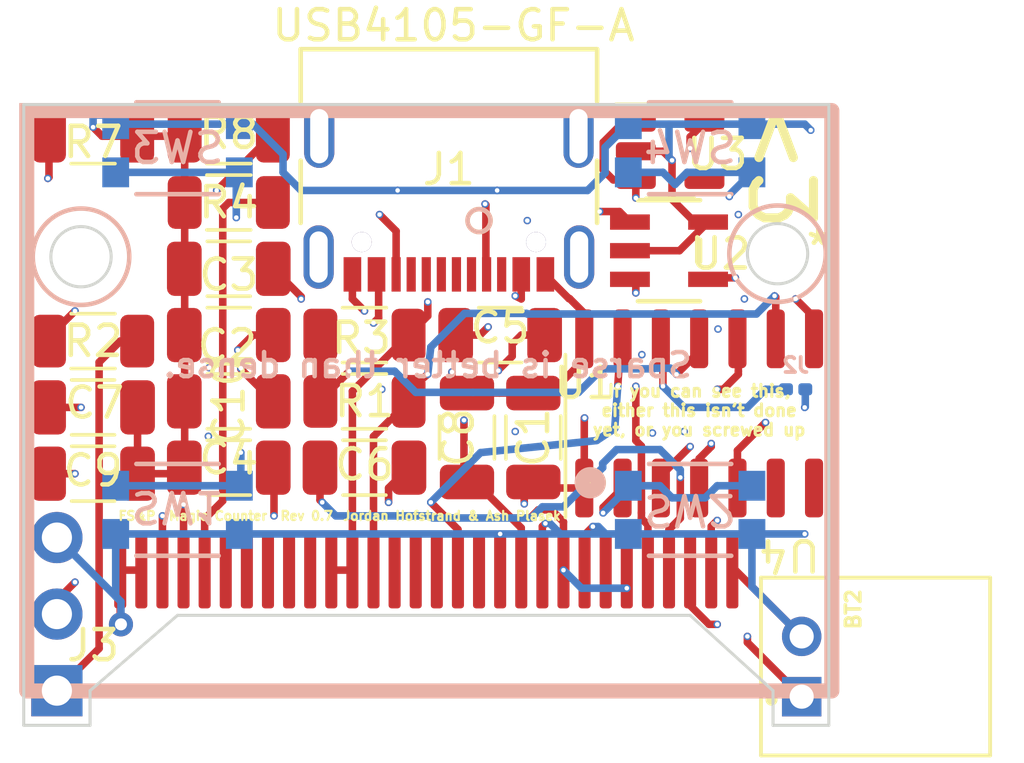
<source format=kicad_pcb>
(kicad_pcb (version 20211014) (generator pcbnew)
  (layers (0 "F.Cu" signal) (1 "In1.Cu" signal) (2 "In2.Cu" signal) (31 "B.Cu" signal) (34 "B.Paste" user) (35 "F.Paste" user) (36 "B.SilkS" user "B.Silkscreen") (37 "F.SilkS" user "F.Silkscreen") (38 "B.Mask" user) (39 "F.Mask" user) (44 "Edge.Cuts" user))
  (net 0 "")
  (net 1 "/VBAT")
  (net 2 "GND")
  (net 3 "Net-(J3-Pad1)")
  (net 4 "/TX")
  (net 5 "/RX")
  (net 6 "/SW4_IN")
  (net 7 "/SDA")
  (net 8 "/SCL")
  (net 9 "/I2C_PULLUP")
  (net 10 "/UPDI")
  (net 11 "/SW1_IN")
  (net 12 "/SW2_IN")
  (net 13 "/VPWR")
  (net 14 "/SW3_IN")
  (net 15 "Net-(C3-Pad1)")
  (net 16 "/DISP_RESET")
  (net 18 "Net-(C5-Pad1)")
  (net 19 "Net-(C5-Pad2)")
  (net 20 "Net-(C6-Pad1)")
  (net 21 "Net-(C6-Pad2)")
  (net 22 "Net-(C9-Pad2)")
  (net 23 "Net-(C10-Pad2)")
  (net 24 "Net-(R4-Pad2)")
  (net 25 "/DISP")
  (net 42 "Net-(J1-PadA5)")
  (net 43 "Net-(J1-PadB5)")
  (footprint "Capacitor_SMD:C_1206_3216Metric" (layer "F.Cu") (at 161.2 31.6 180)
    (fp_text reference "C7")
    (fp_text value "0.1uF")
  )
  (footprint "Package_TO_SOT_SMD:SOT-23-5" (layer "F.Cu") (at 180.3375 23.1)
    (fp_text reference "U3")
    (fp_text value "AP2112K-3.3")
  )
  (footprint "Libraries:JST_S2B-PH-K-S(LF)(SN)" (layer "F.Cu") (at 184.7 40.2 90)
    (fp_text reference "BT2")
    (fp_text value "Battery_Cell")
  )
  (footprint "Resistor_SMD:R_1206_3216Metric" (layer "F.Cu") (at 161.2 22.6)
    (fp_text reference "R7")
    (fp_text value "5.11K")
  )
  (footprint "Capacitor_SMD:C_1206_3216Metric" (layer "F.Cu") (at 165.7 29.2 180)
    (fp_text reference "C2")
    (fp_text value "1uF")
  )
  (footprint "Capacitor_SMD:C_1206_3216Metric" (layer "F.Cu") (at 161.2 33.8 180)
    (fp_text reference "C9")
    (fp_text value "10uF")
  )
  (footprint "Resistor_SMD:R_1206_3216Metric" (layer "F.Cu") (at 170.2 29.2 180)
    (fp_text reference "R3")
    (fp_text value "4.7k")
  )
  (footprint "Capacitor_SMD:C_1206_3216Metric" (layer "F.Cu") (at 173.6 32.6 -90)
    (fp_text reference "C8")
    (fp_text value "10uF")
  )
  (footprint "Connector_PinHeader_2.54mm:PinHeader_1x03_P2.54mm_Vertical" (layer "F.Cu") (at 160 41 180)
    (fp_text reference "J3")
    (fp_text value "UPDI")
  )
  (footprint "SSD1306RawDisplay:SSD1306RawDisplay" (layer "F.Cu") (at 182.4 37 180)
    (fp_text reference "U4")
    (fp_text value "SSD1306RawDisplay")
  )
  (footprint "Capacitor_SMD:C_1206_3216Metric" (layer "F.Cu") (at 175.8 32.6 90)
    (fp_text reference "C1")
    (fp_text value "100n")
  )
  (footprint "Capacitor_SMD:C_1206_3216Metric" (layer "F.Cu") (at 165.7 33.6 180)
    (fp_text reference "C4")
    (fp_text value "10uF")
  )
  (footprint "Capacitor_SMD:C_1206_3216Metric" (layer "F.Cu") (at 170.2 33.6 180)
    (fp_text reference "C6")
    (fp_text value "2.2uF")
  )
  (footprint "Resistor_SMD:R_1206_3216Metric" (layer "F.Cu") (at 161.2 29.4)
    (fp_text reference "R2")
    (fp_text value "4.7k")
  )
  (footprint "Resistor_SMD:R_1206_3216Metric" (layer "F.Cu") (at 165.7 24.8)
    (fp_text reference "R4")
    (fp_text value "390K")
  )
  (footprint "Capacitor_SMD:C_1206_3216Metric" (layer "F.Cu") (at 174.7 29.2 180)
    (fp_text reference "C5")
    (fp_text value "2.2uF")
  )
  (footprint "Libraries:SOT-23-5_MC_MCH" (layer "F.Cu") (at 180.3 26.4)
    (fp_text reference "U2")
    (fp_text value "MCP73811T-420I_OT")
  )
  (footprint "Capacitor_SMD:C_1206_3216Metric" (layer "F.Cu") (at 165.7 27 180)
    (fp_text reference "C3")
    (fp_text value "1uF")
  )
  (footprint "Resistor_SMD:R_1206_3216Metric" (layer "F.Cu") (at 165.7 22.6)
    (fp_text reference "R8")
    (fp_text value "5.11K")
  )
  (footprint "Resistor_SMD:R_1206_3216Metric" (layer "F.Cu") (at 170.2 31.4 180)
    (fp_text reference "R1")
    (fp_text value "4.7k")
  )
  (footprint "footprints:USB4105-GF-A" (layer "F.Cu") (at 173 23.7 180)
    (fp_text reference "J1")
    (fp_text value "USB4105-GF-A")
  )
  (footprint "Package_SO:SOIC-14_3.9x8.7mm_P1.27mm" (layer "F.Cu") (at 181.3 31.8 90)
    (fp_text reference "U1")
    (fp_text value "ATtiny404-SS")
  )
  (footprint "Capacitor_SMD:C_1206_3216Metric" (layer "F.Cu") (at 165.7 31.4)
    (fp_text reference "C10")
    (fp_text value "10uF")
  )
  (footprint "footprints:TL6330_EWI" (layer "B.Cu") (at 164 35)
    (fp_text reference "SW1")
    (fp_text value "TL6330AF200Q")
  )
  (footprint "footprints:TL6330_EWI" (layer "B.Cu") (at 164 23 180)
    (fp_text reference "SW3")
    (fp_text value "TL6330AF200Q")
  )
  (footprint "footprints:TL6330_EWI" (layer "B.Cu") (at 181 23 180)
    (fp_text reference "SW4")
    (fp_text value "TL6330AF200Q")
  )
  (footprint "footprints:TL6330_EWI" (layer "B.Cu") (at 181 35)
    (fp_text reference "SW2")
    (fp_text value "TL6330AF200Q")
  )
  (footprint "Capacitor_SMD:C_0201_0603Metric" (layer "B.Cu") (at 184.5 31 180)
    (fp_text reference "J2")
    (fp_text value "Conn_01x02_Male")
  )
  (gr_circle (center 160.8 26.6) (end 159.2 26.6) (layer "B.SilkS") (width 0.15) (fill none))
  (gr_rect (start 159 21.75) (end 185.7 41.01) (layer "B.SilkS") (width 0.5) (fill none))
  (gr_circle (center 183.9 26.5) (end 182.3 26.5) (layer "B.SilkS") (width 0.15) (fill none))
  (gr_line (start 183.75 41) (end 181 38.5) (layer "Edge.Cuts") (width 0.1))
  (gr_line (start 185.6 21.55) (end 158.9 21.55) (layer "Edge.Cuts") (width 0.1))
  (gr_line (start 158.9 42.15) (end 161.1 42.15) (layer "Edge.Cuts") (width 0.1))
  (gr_line (start 183.75 42.15) (end 183.75 41) (layer "Edge.Cuts") (width 0.1))
  (gr_line (start 161.1 41) (end 161.1 42.15) (layer "Edge.Cuts") (width 0.1))
  (gr_circle (center 160.8 26.6) (end 161.8 26.6) (layer "Edge.Cuts") (width 0.1) (fill none))
  (gr_line (start 164 38.5) (end 161.1 41) (layer "Edge.Cuts") (width 0.1))
  (gr_line (start 185.6 21.55) (end 185.6 42.15) (layer "Edge.Cuts") (width 0.1))
  (gr_line (start 158.9 21.55) (end 158.9 42.15) (layer "Edge.Cuts") (width 0.1))
  (gr_line (start 181 38.5) (end 164 38.5) (layer "Edge.Cuts") (width 0.1))
  (gr_line (start 185.6 42.15) (end 183.75 42.15) (layer "Edge.Cuts") (width 0.1))
  (gr_circle (center 183.9 26.5) (end 184.9 26.5) (layer "Edge.Cuts") (width 0.1) (fill none))
  (gr_text "Sparse is better than dense." (at 172.3 30.2) (layer "B.SilkS") (effects (font (size 0.8 0.8)) (justify mirror)))
  (gr_text "<3" (at 184 23.5 270) (layer "F.SilkS") (effects (font (size 2 2) (thickness 0.3))))
  (gr_text "If you can see this,\neither this isn't done\nyet, or you screwed up" (at 181.3 31.7) (layer "F.SilkS") (effects (font (size 0.4 0.4) (thickness 0.1))))
  (gr_text "Jordan Hofstrand & Ash Plasek" (at 173.1 35.2) (layer "F.SilkS") (effects (font (size 0.3 0.3) (thickness 0.075))))
  (gr_text "FS&P  Magic Counter  Rev 0.7" (at 165.6 35.2) (layer "F.SilkS") (effects (font (size 0.3 0.3) (thickness 0.075))))
  (segment (start 178.7703 22.15) (end 179.2 22.15) (width 0.25) (layer "F.Cu") (net 1))
  (segment (start 179.2 24.6505) (end 179.2 24.05) (width 0.25) (layer "F.Cu") (net 1))
  (segment (start 167.175 29.2) (end 166.5 29.2) (width 0.25) (layer "F.Cu") (net 1))
  (segment (start 178.1203 22.8) (end 178.7703 22.15) (width 0.25) (layer "F.Cu") (net 1))
  (segment (start 166.5 29.2) (end 166 29.7) (width 0.25) (layer "F.Cu") (net 1))
  (segment (start 179.2 24.05) (end 178.45 24.05) (width 0.25) (layer "F.Cu") (net 1))
  (segment (start 178.1203 23.7203) (end 178.1203 22.8) (width 0.25) (layer "F.Cu") (net 1))
  (segment (start 178.45 24.05) (end 178.1203 23.7203) (width 0.25) (layer "F.Cu") (net 1))
  (segment (start 179.2 27.545401) (end 179.0046 27.350001) (width 0.25) (layer "F.Cu") (net 1))
  (segment (start 179.2 27.8) (end 179.2 27.545401) (width 0.25) (layer "F.Cu") (net 1))
  (segment (start 184.7 41.2) (end 182.9 39.4) (width 0.25) (layer "F.Cu") (net 1))
  (segment (start 182.9 39.4) (end 182.9 39.2) (width 0.25) (layer "F.Cu") (net 1))
  (via (at 179.2 27.8) (size 0.25) (drill 0.15) (layers "F.Cu" "B.Cu") (net 1))
  (via (at 179.2 24.6505) (size 0.25) (drill 0.15) (layers "F.Cu" "B.Cu") (net 1))
  (via (at 182.8 28) (size 0.25) (drill 0.15) (layers "F.Cu" "B.Cu") (net 1))
  (via (at 182.9 39.2) (size 0.25) (drill 0.15) (layers "F.Cu" "B.Cu") (net 1))
  (via (at 166 29.7) (size 0.25) (drill 0.15) (layers "F.Cu" "B.Cu") (net 1))
  (via (at 179.4 29.85) (size 0.25) (drill 0.15) (layers "F.Cu" "B.Cu") (net 1))
  (segment (start 176.1 35.550039) (end 176.200539 35.4495) (width 0.25) (layer "F.Cu") (net 2))
  (segment (start 162.675 31.6) (end 162.675 33.8) (width 0.25) (layer "F.Cu") (net 2))
  (segment (start 164.2375 22.6) (end 164.2375 33.5875) (width 0.25) (layer "F.Cu") (net 2))
  (segment (start 182.4 37) (end 182.5 37) (width 0.25) (layer "F.Cu") (net 2))
  (segment (start 162.6625 22.6) (end 164.2375 22.6) (width 0.25) (layer "F.Cu") (net 2))
  (segment (start 173.1 30.625) (end 173.6 31.125) (width 0.25) (layer "F.Cu") (net 2))
  (segment (start 181.149999 25.449999) (end 180.4 24.7) (width 0.25) (layer "F.Cu") (net 2))
  (segment (start 181.5954 25.449999) (end 181.149999 25.449999) (width 0.25) (layer "F.Cu") (net 2))
  (segment (start 164.025 33.8) (end 164.225 33.6) (width 0.25) (layer "F.Cu") (net 2))
  (segment (start 177.49 29.325) (end 177.49 28.4758) (width 0.25) (layer "F.Cu") (net 2))
  (segment (start 162.8 37) (end 162.1 37) (width 0.25) (layer "F.Cu") (net 2))
  (segment (start 177.49 28.4758) (end 177.0041 27.9899) (width 0.25) (layer "F.Cu") (net 2))
  (segment (start 177.49 29.325) (end 177.49 30.01) (width 0.25) (layer "F.Cu") (net 2))
  (segment (start 177.5 37) (end 177.5 35.83007) (width 0.25) (layer "F.Cu") (net 2))
  (segment (start 180.645399 26.4) (end 181.5954 25.449999) (width 0.25) (layer "F.Cu") (net 2))
  (segment (start 174.7 37) (end 174.700001 35.800001) (width 0.25) (layer "F.Cu") (net 2))
  (segment (start 162.6625 22.6) (end 161.5 22.6) (width 0.25) (layer "F.Cu") (net 2))
  (segment (start 177.49 30.01) (end 176.375 31.125) (width 0.25) (layer "F.Cu") (net 2))
  (segment (start 164.2375 33.5875) (end 164.225 33.6) (width 0.25) (layer "F.Cu") (net 2))
  (segment (start 169.8 28) (end 170.2 28.4) (width 0.25) (layer "F.Cu") (net 2))
  (segment (start 176.1 37) (end 176.1 35.550039) (width 0.25) (layer "F.Cu") (net 2))
  (segment (start 176.375 31.125) (end 175.8 31.125) (width 0.25) (layer "F.Cu") (net 2))
  (segment (start 180.4 24.7) (end 180.4 23.4) (width 0.25) (layer "F.Cu") (net 2))
  (segment (start 177.5 35.83007) (end 177.775255 35.554815) (width 0.25) (layer "F.Cu") (net 2))
  (segment (start 175.8 31.125) (end 174.675 31.125) (width 0.25) (layer "F.Cu") (net 2))
  (segment (start 182.5 37) (end 184.7 39.2) (width 0.25) (layer "F.Cu") (net 2))
  (segment (start 173.1 30.4245) (end 173.1 30.625) (width 0.25) (layer "F.Cu") (net 2))
  (segment (start 176.980223 27.9899) (end 176.2 27.209677) (width 0.25) (layer "F.Cu") (net 2))
  (segment (start 174.675 31.125) (end 173.6 31.125) (width 0.25) (layer "F.Cu") (net 2))
  (segment (start 162.1 38.7755) (end 162.1245 38.8) (width 0.25) (layer "F.Cu") (net 2))
  (segment (start 176.2 27.209677) (end 176.2 27.1858) (width 0.25) (layer "F.Cu") (net 2))
  (segment (start 177.0041 27.9899) (end 176.980223 27.9899) (width 0.25) (layer "F.Cu") (net 2))
  (segment (start 162.675 33.8) (end 164.025 33.8) (width 0.25) (layer "F.Cu") (net 2))
  (segment (start 179.0046 26.4) (end 180.645399 26.4) (width 0.25) (layer "F.Cu") (net 2))
  (segment (start 169.8 27.1858) (end 169.8 28) (width 0.25) (layer "F.Cu") (net 2))
  (segment (start 180.1 23.1) (end 179.2 23.1) (width 0.25) (layer "F.Cu") (net 2))
  (segment (start 162.1 37) (end 162.1 38.7755) (width 0.25) (layer "F.Cu") (net 2))
  (segment (start 180.4 23.4) (end 180.1 23.1) (width 0.25) (layer "F.Cu") (net 2))
  (segment (start 161.5 22.6) (end 161.2 22.3) (width 0.25) (layer "F.Cu") (net 2))
  (via (at 174.700001 35.800001) (size 0.25) (drill 0.15) (layers "F.Cu" "B.Cu") (net 2))
  (via (at 174.6 24.4) (size 0.25) (drill 0.15) (layers "F.Cu" "B.Cu") (net 2))
  (via (at 170.2 28.4) (size 0.25) (drill 0.15) (layers "F.Cu" "B.Cu") (net 2))
  (via (at 184.8 35.8) (size 0.25) (drill 0.15) (layers "F.Cu" "B.Cu") (net 2))
  (via (at 161.2 22.3) (size 0.25) (drill 0.15) (layers "F.Cu" "B.Cu") (net 2))
  (via (at 173.1 30.4245) (size 0.25) (drill 0.15) (layers "F.Cu" "B.Cu") (net 2))
  (via (at 185 22.4) (size 0.25) (drill 0.15) (layers "F.Cu" "B.Cu") (net 2))
  (via (at 162.1245 38.8) (size 0.8) (drill 0.4) (layers "F.Cu" "B.Cu") (net 2))
  (via (at 180.4 23.4) (size 0.25) (drill 0.15) (layers "F.Cu" "B.Cu") (net 2))
  (via (at 176.200539 35.4495) (size 0.25) (drill 0.15) (layers "F.Cu" "B.Cu") (net 2))
  (via (at 184.8 31.6) (size 0.25) (drill 0.15) (layers "F.Cu" "B.Cu") (net 2))
  (via (at 171.3 24.4) (size 0.25) (drill 0.15) (layers "F.Cu" "B.Cu") (net 2))
  (via (at 177.775255 35.554815) (size 0.25) (drill 0.15) (layers "F.Cu" "B.Cu") (net 2))
  (segment (start 180.299999 22.199999) (end 180.299999 23.299999) (width 0.25) (layer "B.Cu") (net 2))
  (segment (start 166.049998 35.800001) (end 161.950002 35.800001) (width 0.25) (layer "B.Cu") (net 2))
  (segment (start 174.6 24.4) (end 177.6 24.4) (width 0.25) (layer "B.Cu") (net 2))
  (segment (start 162.1245 38.0445) (end 161.99 37.91) (width 0.25) (layer "B.Cu") (net 2))
  (segment (start 177.954815 35.554815) (end 178.200001 35.800001) (width 0.25) (layer "B.Cu") (net 2))
  (segment (start 183.049998 35.800001) (end 178.950002 35.800001) (width 0.25) (layer "B.Cu") (net 2))
  (segment (start 161.650003 21.9) (end 161.950002 22.199999) (width 0.25) (layer "B.Cu") (net 2))
  (segment (start 176.699999 35.800001) (end 178.950002 35.800001) (width 0.25) (layer "B.Cu") (net 2))
  (segment (start 184.82 31.58) (end 184.8 31.6) (width 0.25) (layer "B.Cu") (net 2))
  (segment (start 184.82 31) (end 184.82 31.58) (width 0.25) (layer "B.Cu") (net 2))
  (segment (start 184.799999 22.199999) (end 185 22.4) (width 0.25) (layer "B.Cu") (net 2))
  (segment (start 161.99 37.91) (end 160 35.92) (width 0.25) (layer "B.Cu") (net 2))
  (segment (start 166.049998 22.199999) (end 161.950002 22.199999) (width 0.25) (layer "B.Cu") (net 2))
  (segment (start 161.950002 37.870002) (end 161.99 37.91) (width 0.25) (layer "B.Cu") (net 2))
  (segment (start 183.049998 35.800001) (end 183.049998 37.549998) (width 0.25) (layer "B.Cu") (net 2))
  (segment (start 177.775255 35.554815) (end 177.954815 35.554815) (width 0.25) (layer "B.Cu") (net 2))
  (segment (start 174.700001 35.800001) (end 176.699999 35.800001) (width 0.25) (layer "B.Cu") (net 2))
  (segment (start 167.5 23.8) (end 168.1 24.4) (width 0.25) (layer "B.Cu") (net 2))
  (segment (start 183.049998 22.199999) (end 184.799999 22.199999) (width 0.25) (layer "B.Cu") (net 2))
  (segment (start 180.299999 22.199999) (end 178.950002 22.199999) (width 0.25) (layer "B.Cu") (net 2))
  (segment (start 171.3 24.4) (end 174.6 24.4) (width 0.25) (layer "B.Cu") (net 2))
  (segment (start 183.049998 37.549998) (end 184.7 39.2) (width 0.25) (layer "B.Cu") (net 2))
  (segment (start 168.1 24.4) (end 171.3 24.4) (width 0.25) (layer "B.Cu") (net 2))
  (segment (start 162.1245 38.8) (end 162.1245 38.0445) (width 0.25) (layer "B.Cu") (net 2))
  (segment (start 167.5 23.2) (end 167.5 23.8) (width 0.25) (layer "B.Cu") (net 2))
  (segment (start 183.049998 22.199999) (end 180.299999 22.199999) (width 0.25) (layer "B.Cu") (net 2))
  (segment (start 166.049998 22.199999) (end 166.499999 22.199999) (width 0.25) (layer "B.Cu") (net 2))
  (segment (start 178.180502 23.819498) (end 178.180502 22.969499) (width 0.25) (layer "B.Cu") (net 2))
  (segment (start 177.6 24.4) (end 178.180502 23.819498) (width 0.25) (layer "B.Cu") (net 2))
  (segment (start 161.2 22.3) (end 161.2 21.9) (width 0.25) (layer "B.Cu") (net 2))
  (segment (start 176.349498 35.4495) (end 176.699999 35.800001) (width 0.25) (layer "B.Cu") (net 2))
  (segment (start 180.299999 23.299999) (end 180.4 23.4) (width 0.25) (layer "B.Cu") (net 2))
  (segment (start 166.499999 22.199999) (end 167.5 23.2) (width 0.25) (layer "B.Cu") (net 2))
  (segment (start 166.049998 35.800001) (end 174.700001 35.800001) (width 0.25) (layer "B.Cu") (net 2))
  (segment (start 161.2 21.9) (end 161.650003 21.9) (width 0.25) (layer "B.Cu") (net 2))
  (segment (start 176.200539 35.4495) (end 176.349498 35.4495) (width 0.25) (layer "B.Cu") (net 2))
  (segment (start 161.950002 35.800001) (end 161.950002 37.870002) (width 0.25) (layer "B.Cu") (net 2))
  (segment (start 184.8 35.8) (end 183.049998 35.800001) (width 0.25) (layer "B.Cu") (net 2))
  (segment (start 178.180502 22.969499) (end 178.950002 22.199999) (width 0.25) (layer "B.Cu") (net 2))
  (segment (start 162.6625 29.4) (end 162.1 29.4) (width 0.25) (layer "F.Cu") (net 3))
  (segment (start 161.4 30.1) (end 161.4 39.6) (width 0.25) (layer "F.Cu") (net 3))
  (segment (start 161.4 39.6) (end 160 41) (width 0.25) (layer "F.Cu") (net 3))
  (segment (start 162.1 29.4) (end 161.4 30.1) (width 0.25) (layer "F.Cu") (net 3))
  (segment (start 182.57 34.275) (end 182.57 33.03) (width 0.25) (layer "F.Cu") (net 6))
  (segment (start 182.57 33.03) (end 183.5 32.1) (width 0.25) (layer "F.Cu") (net 6))
  (via (at 183.5 32.1) (size 0.25) (drill 0.15) (layers "F.Cu" "B.Cu") (net 6))
  (via (at 165.9495 25.3) (size 0.25) (drill 0.15) (layers "F.Cu" "B.Cu") (net 6))
  (via (at 165.024093 32.559184) (size 0.25) (drill 0.15) (layers "F.Cu" "B.Cu") (net 6))
  (segment (start 165.9495 23.900499) (end 166.049998 23.800001) (width 0.25) (layer "B.Cu") (net 6))
  (segment (start 165.9495 25.3) (end 165.9495 23.900499) (width 0.25) (layer "B.Cu") (net 6))
  (segment (start 161.950002 23.800001) (end 166.049998 23.800001) (width 0.25) (layer "B.Cu") (net 6))
  (segment (start 169.8 31.0625) (end 171.6625 29.2) (width 0.25) (layer "F.Cu") (net 7))
  (segment (start 172.3 28.1) (end 172.3 28.5625) (width 0.25) (layer "F.Cu") (net 7))
  (segment (start 169.8 37) (end 169.8 31.0625) (width 0.25) (layer "F.Cu") (net 7))
  (segment (start 172.3 28.5625) (end 171.6625 29.2) (width 0.25) (layer "F.Cu") (net 7))
  (segment (start 185.11 29.325) (end 185.11 28.61) (width 0.25) (layer "F.Cu") (net 7))
  (segment (start 169.1 37) (end 169.8 37) (width 0.25) (layer "F.Cu") (net 7))
  (segment (start 185.11 28.61) (end 184.5 28) (width 0.25) (layer "F.Cu") (net 7))
  (via (at 184.5 28) (size 0.25) (drill 0.15) (layers "F.Cu" "B.Cu") (net 7))
  (via (at 172.3 28.1) (size 0.25) (drill 0.15) (layers "F.Cu" "B.Cu") (net 7))
  (segment (start 171.6625 31.0375) (end 171.6625 31.4) (width 0.25) (layer "F.Cu") (net 8))
  (segment (start 183.84 29.325) (end 183.84 27.94) (width 0.25) (layer "F.Cu") (net 8))
  (segment (start 183.84 27.94) (end 183.8 27.9) (width 0.25) (layer "F.Cu") (net 8))
  (segment (start 172.3 30.5) (end 171.6625 31.0375) (width 0.25) (layer "F.Cu") (net 8))
  (segment (start 170.5 37) (end 170.5 32.5625) (width 0.25) (layer "F.Cu") (net 8))
  (segment (start 170.5 32.5625) (end 171.6625 31.4) (width 0.25) (layer "F.Cu") (net 8))
  (via (at 172.3 30.5) (size 0.25) (drill 0.15) (layers "F.Cu" "B.Cu") (net 8))
  (via (at 183.8 27.9) (size 0.25) (drill 0.15) (layers "F.Cu" "B.Cu") (net 8))
  (segment (start 175.5805 28.4805) (end 175.6 28.5) (width 0.25) (layer "B.Cu") (net 8))
  (segment (start 172.4 29.6) (end 173.5195 28.4805) (width 0.25) (layer "B.Cu") (net 8))
  (segment (start 183.2 28.5) (end 183.8 27.9) (width 0.25) (layer "B.Cu") (net 8))
  (segment (start 173.5195 28.4805) (end 175.5805 28.4805) (width 0.25) (layer "B.Cu") (net 8))
  (segment (start 172.3 30.5) (end 172.4 29.6) (width 0.25) (layer "B.Cu") (net 8))
  (segment (start 175.6 28.5) (end 183.2 28.5) (width 0.25) (layer "B.Cu") (net 8))
  (segment (start 168.7375 31.4) (end 168.7375 31.3625) (width 0.25) (layer "F.Cu") (net 9))
  (segment (start 181.3 29.749695) (end 181.3 29.325) (width 0.25) (layer "F.Cu") (net 9))
  (segment (start 180.5495 30.500195) (end 181.3 29.749695) (width 0.25) (layer "F.Cu") (net 9))
  (segment (start 168.7375 31.4) (end 168.7375 29.2) (width 0.25) (layer "F.Cu") (net 9))
  (segment (start 168.7375 31.3625) (end 169.7 30.4) (width 0.25) (layer "F.Cu") (net 9))
  (via (at 180.5495 30.500195) (size 0.25) (drill 0.15) (layers "F.Cu" "B.Cu") (net 9))
  (via (at 169.7 30.4) (size 0.25) (drill 0.15) (layers "F.Cu" "B.Cu") (net 9))
  (segment (start 177.3 31.1) (end 177.9 30.5) (width 0.25) (layer "B.Cu") (net 9))
  (segment (start 179.78 30.32) (end 179.8 30.3) (width 0.25) (layer "B.Cu") (net 9))
  (segment (start 177.9 30.5) (end 178.08 30.32) (width 0.25) (layer "B.Cu") (net 9))
  (segment (start 180.349305 30.3) (end 180.5495 30.500195) (width 0.25) (layer "B.Cu") (net 9))
  (segment (start 173.8 31.1) (end 177.3 31.1) (width 0.25) (layer "B.Cu") (net 9))
  (segment (start 171.9 31.1) (end 173.8 31.1) (width 0.25) (layer "B.Cu") (net 9))
  (segment (start 169.7 30.4) (end 171.2 30.4) (width 0.25) (layer "B.Cu") (net 9))
  (segment (start 178.08 30.32) (end 179.78 30.32) (width 0.25) (layer "B.Cu") (net 9))
  (segment (start 171.2 30.4) (end 171.5 30.7) (width 0.25) (layer "B.Cu") (net 9))
  (segment (start 171.5 30.7) (end 171.9 31.1) (width 0.25) (layer "B.Cu") (net 9))
  (segment (start 179.8 30.3) (end 180.349305 30.3) (width 0.25) (layer "B.Cu") (net 9))
  (segment (start 182.6 30.4) (end 182.6 29.355) (width 0.25) (layer "F.Cu") (net 10))
  (segment (start 182.6 29.355) (end 182.57 29.325) (width 0.25) (layer "F.Cu") (net 10))
  (segment (start 159.7375 29.2625) (end 160.6 28.4) (width 0.25) (layer "F.Cu") (net 10))
  (segment (start 159.7375 29.4) (end 159.7375 29.2625) (width 0.25) (layer "F.Cu") (net 10))
  (segment (start 182.6 30.4) (end 182.6 30.5) (width 0.25) (layer "F.Cu") (net 10))
  (segment (start 182.6 30.5) (end 182.1 31) (width 0.25) (layer "F.Cu") (net 10))
  (segment (start 182.1 31) (end 181.9 31) (width 0.25) (layer "F.Cu") (net 10))
  (via (at 181.9 31) (size 0.25) (drill 0.15) (layers "F.Cu" "B.Cu") (net 10))
  (via (at 160.6 28.4) (size 0.25) (drill 0.15) (layers "F.Cu" "B.Cu") (net 10))
  (segment (start 178.1145 34.9205) (end 178.76 34.275) (width 0.25) (layer "F.Cu") (net 11))
  (segment (start 178.1145 35.1) (end 178.1145 34.9205) (width 0.25) (layer "F.Cu") (net 11))
  (via (at 178.1145 35.1) (size 0.25) (drill 0.15) (layers "F.Cu" "B.Cu") (net 11))
  (segment (start 178.950002 34.264498) (end 178.1145 35.1) (width 0.25) (layer "B.Cu") (net 11))
  (segment (start 181.5 34.6) (end 181.900001 34.199999) (width 0.25) (layer "B.Cu") (net 11))
  (segment (start 181.900001 34.199999) (end 183.049998 34.199999) (width 0.25) (layer "B.Cu") (net 11))
  (segment (start 178.950002 34.199999) (end 178.950002 34.264498) (width 0.25) (layer "B.Cu") (net 11))
  (segment (start 180.4 34.6) (end 181.5 34.6) (width 0.25) (layer "B.Cu") (net 11))
  (segment (start 178.950002 34.199999) (end 179.999999 34.199999) (width 0.25) (layer "B.Cu") (net 11))
  (segment (start 179.999999 34.199999) (end 180.4 34.6) (width 0.25) (layer "B.Cu") (net 11))
  (segment (start 180.03 33.87) (end 181 32.9) (width 0.25) (layer "F.Cu") (net 12))
  (segment (start 180.03 34.275) (end 180.03 33.87) (width 0.25) (layer "F.Cu") (net 12))
  (via (at 166.1 33.1) (size 0.25) (drill 0.15) (layers "F.Cu" "B.Cu") (net 12))
  (via (at 181 32.9) (size 0.25) (drill 0.15) (layers "F.Cu" "B.Cu") (net 12))
  (segment (start 166.1 34.149997) (end 166.049998 34.199999) (width 0.25) (layer "B.Cu") (net 12))
  (segment (start 166.1 33.1) (end 166.1 34.149997) (width 0.25) (layer "B.Cu") (net 12))
  (segment (start 166.049998 34.199999) (end 161.950002 34.199999) (width 0.25) (layer "B.Cu") (net 12))
  (segment (start 167.2 35.2) (end 167.2 33.625) (width 0.25) (layer "F.Cu") (net 13))
  (segment (start 175.5 34.375) (end 175.8 34.075) (width 0.25) (layer "F.Cu") (net 13))
  (segment (start 176 34.275) (end 175.8 34.075) (width 0.25) (layer "F.Cu") (net 13))
  (segment (start 175.5 34.8) (end 175.5 34.375) (width 0.25) (layer "F.Cu") (net 13))
  (segment (start 177.49 31.9605) (end 177.5 31.9505) (width 0.25) (layer "F.Cu") (net 13))
  (segment (start 160 38) (end 160.6 37.4) (width 0.25) (layer "F.Cu") (net 13))
  (segment (start 177.49 34.275) (end 176 34.275) (width 0.25) (layer "F.Cu") (net 13))
  (segment (start 181 23) (end 181 22.625) (width 0.25) (layer "F.Cu") (net 13))
  (segment (start 177.49 34.275) (end 177.49 31.9605) (width 0.25) (layer "F.Cu") (net 13))
  (segment (start 181 22.625) (end 181.475 22.15) (width 0.25) (layer "F.Cu") (net 13))
  (segment (start 167.2 33.625) (end 167.175 33.6) (width 0.25) (layer "F.Cu") (net 13))
  (segment (start 160 38.46) (end 160 38) (width 0.25) (layer "F.Cu") (net 13))
  (via (at 160.6 37.4) (size 0.25) (drill 0.15) (layers "F.Cu" "B.Cu") (net 13))
  (via (at 175.5 34.8) (size 0.25) (drill 0.15) (layers "F.Cu" "B.Cu") (net 13))
  (via (at 177.5 31.9505) (size 0.25) (drill 0.15) (layers "F.Cu" "B.Cu") (net 13))
  (via (at 180.8 32.4) (size 0.25) (drill 0.15) (layers "F.Cu" "B.Cu") (net 13))
  (via (at 181 23) (size 0.25) (drill 0.15) (layers "F.Cu" "B.Cu") (net 13))
  (via (at 167.2 35.2) (size 0.25) (drill 0.15) (layers "F.Cu" "B.Cu") (net 13))
  (segment (start 181.6 33) (end 181.7 32.9) (width 0.25) (layer "F.Cu") (net 14))
  (segment (start 181.7 32.9) (end 181.7 32.8) (width 0.25) (layer "F.Cu") (net 14))
  (segment (start 181.3 33.3) (end 181.6 33) (width 0.25) (layer "F.Cu") (net 14))
  (segment (start 181.3 34.275) (end 181.3 33.3) (width 0.25) (layer "F.Cu") (net 14))
  (via (at 182.3 24.6) (size 0.25) (drill 0.15) (layers "F.Cu" "B.Cu") (net 14))
  (via (at 181.7 32.8) (size 0.25) (drill 0.15) (layers "F.Cu" "B.Cu") (net 14))
  (segment (start 182.3 24.549999) (end 183.049998 23.800001) (width 0.25) (layer "B.Cu") (net 14))
  (segment (start 180.100001 23.800001) (end 180.5 24.2) (width 0.25) (layer "B.Cu") (net 14))
  (segment (start 182.3 24.6) (end 182.3 24.549999) (width 0.25) (layer "B.Cu") (net 14))
  (segment (start 178.950002 23.800001) (end 180.100001 23.800001) (width 0.25) (layer "B.Cu") (net 14))
  (segment (start 180.5 24.2) (end 180.899999 23.800001) (width 0.25) (layer "B.Cu") (net 14))
  (segment (start 180.899999 23.800001) (end 183.049998 23.800001) (width 0.25) (layer "B.Cu") (net 14))
  (segment (start 178 25.1) (end 178.654601 25.1) (width 0.25) (layer "F.Cu") (net 15))
  (segment (start 168.1 28) (end 168.1 27.925) (width 0.25) (layer "F.Cu") (net 15))
  (segment (start 181.645401 27.3) (end 181.5954 27.350001) (width 0.25) (layer "F.Cu") (net 15))
  (segment (start 170.67 27.255801) (end 170.67 28.63) (width 0.25) (layer "F.Cu") (net 15))
  (segment (start 168.1 27.925) (end 167.175 27) (width 0.25) (layer "F.Cu") (net 15))
  (segment (start 170.67 28.63) (end 170.5 28.8) (width 0.25) (layer "F.Cu") (net 15))
  (segment (start 175.400001 27.999999) (end 175.400001 27.1858) (width 0.25) (layer "F.Cu") (net 15))
  (segment (start 175.2 27.9) (end 175.400001 27.999999) (width 0.25) (layer "F.Cu") (net 15))
  (segment (start 182.5 27.3) (end 181.645401 27.3) (width 0.25) (layer "F.Cu") (net 15))
  (segment (start 170.599999 27.1858) (end 170.67 27.255801) (width 0.25) (layer "F.Cu") (net 15))
  (segment (start 178.654601 25.1) (end 179.0046 25.449999) (width 0.25) (layer "F.Cu") (net 15))
  (via (at 170.5 28.8) (size 0.25) (drill 0.15) (layers "F.Cu" "B.Cu") (net 15))
  (via (at 168.1 28) (size 0.25) (drill 0.15) (layers "F.Cu" "B.Cu") (net 15))
  (via (at 175.2 27.9) (size 0.25) (drill 0.15) (layers "F.Cu" "B.Cu") (net 15))
  (via (at 182.5 27.3) (size 0.25) (drill 0.15) (layers "F.Cu" "B.Cu") (net 15))
  (via (at 175.6 25.4) (size 0.25) (drill 0.15) (layers "F.Cu" "B.Cu") (net 15))
  (via (at 182.6 25.2) (size 0.25) (drill 0.15) (layers "F.Cu" "B.Cu") (net 15))
  (via (at 178 25.1) (size 0.25) (drill 0.15) (layers "F.Cu" "B.Cu") (net 15))
  (segment (start 173.3 37) (end 173.3 35.6505) (width 0.25) (layer "F.Cu") (net 16))
  (segment (start 178.6 30.9) (end 178.7 29.385) (width 0.25) (layer "F.Cu") (net 16))
  (segment (start 173.3 35.6505) (end 172.4 34.7505) (width 0.25) (layer "F.Cu") (net 16))
  (segment (start 178.7 29.385) (end 178.76 29.325) (width 0.25) (layer "F.Cu") (net 16))
  (via (at 172.4 34.7505) (size 0.25) (drill 0.15) (layers "F.Cu" "B.Cu") (net 16))
  (via (at 178.6 30.9) (size 0.25) (drill 0.15) (layers "F.Cu" "B.Cu") (net 16))
  (segment (start 178.5 32.3) (end 177.9 32.7) (width 0.25) (layer "B.Cu") (net 16))
  (segment (start 178.6 30.9) (end 178.5 32.3) (width 0.25) (layer "B.Cu") (net 16))
  (segment (start 177.9 32.7) (end 174.0505 33.1) (width 0.25) (layer "B.Cu") (net 16))
  (segment (start 174.0505 33.1) (end 172.4 34.7505) (width 0.25) (layer "B.Cu") (net 16))
  (segment (start 181.9 38.8) (end 181.628959 38.8) (width 0.25) (layer "F.Cu") (net 18))
  (segment (start 175.1 29.5) (end 175.1 29.9) (width 0.25) (layer "F.Cu") (net 18))
  (segment (start 175.4 29.2) (end 175.1 29.5) (width 0.25) (layer "F.Cu") (net 18))
  (segment (start 175.4495 29.2) (end 175.4 29.2) (width 0.25) (layer "F.Cu") (net 18))
  (segment (start 181 38.171041) (end 181 37) (width 0.25) (layer "F.Cu") (net 18))
  (segment (start 174.64239 30.35761) (end 174.64239 30.380379) (width 0.25) (layer "F.Cu") (net 18))
  (segment (start 175.1 29.9) (end 174.64239 30.35761) (width 0.25) (layer "F.Cu") (net 18))
  (segment (start 181.628959 38.8) (end 181 38.171041) (width 0.25) (layer "F.Cu") (net 18))
  (segment (start 176.175 29.2) (end 175.4495 29.2) (width 0.25) (layer "F.Cu") (net 18))
  (via (at 179.75 32.45) (size 0.25) (drill 0.15) (layers "F.Cu" "B.Cu") (net 18))
  (via (at 175.2 32.4) (size 0.25) (drill 0.15) (layers "F.Cu" "B.Cu") (net 18))
  (via (at 181.9 38.8) (size 0.25) (drill 0.15) (layers "F.Cu" "B.Cu") (net 18))
  (via (at 174.64239 30.380379) (size 0.25) (drill 0.15) (layers "F.Cu" "B.Cu") (net 18))
  (segment (start 181.7 35.550501) (end 181.9 35.350501) (width 0.25) (layer "F.Cu") (net 19))
  (segment (start 181.7 37) (end 181.7 35.550501) (width 0.25) (layer "F.Cu") (net 19))
  (segment (start 174.03 29.2) (end 174.3 28.93) (width 0.25) (layer "F.Cu") (net 19))
  (segment (start 173.225 29.2) (end 174.03 29.2) (width 0.25) (layer "F.Cu") (net 19))
  (via (at 174.3 28.93) (size 0.25) (drill 0.15) (layers "F.Cu" "B.Cu") (net 19))
  (via (at 181.9 35.350501) (size 0.25) (drill 0.15) (layers "F.Cu" "B.Cu") (net 19))
  (via (at 181.9245 29) (size 0.25) (drill 0.15) (layers "F.Cu" "B.Cu") (net 19))
  (segment (start 171 34.275) (end 171.675 33.6) (width 0.25) (layer "F.Cu") (net 20))
  (segment (start 171 34.7505) (end 171 34.275) (width 0.25) (layer "F.Cu") (net 20))
  (segment (start 179.6 35.5) (end 179.385 35.285) (width 0.25) (layer "F.Cu") (net 20))
  (segment (start 179.385 35.1) (end 179.385 32.885) (width 0.25) (layer "F.Cu") (net 20))
  (segment (start 179.2 32.7) (end 179.2 30.9) (width 0.25) (layer "F.Cu") (net 20))
  (segment (start 179.385 32.885) (end 179.2 32.7) (width 0.25) (layer "F.Cu") (net 20))
  (segment (start 179.385 35.285) (end 179.385 35.1) (width 0.25) (layer "F.Cu") (net 20))
  (segment (start 179.6 37) (end 179.6 35.5) (width 0.25) (layer "F.Cu") (net 20))
  (via (at 179.2 30.9) (size 0.25) (drill 0.15) (layers "F.Cu" "B.Cu") (net 20))
  (via (at 171 34.7505) (size 0.25) (drill 0.15) (layers "F.Cu" "B.Cu") (net 20))
  (via (at 170.7755 31) (size 0.25) (drill 0.15) (layers "F.Cu" "B.Cu") (net 20))
  (segment (start 168.725 33.6) (end 168.725 34.6755) (width 0.25) (layer "F.Cu") (net 21))
  (segment (start 180.3 35.651751) (end 180.628078 35.323673) (width 0.25) (layer "F.Cu") (net 21))
  (segment (start 180.675 35.276751) (end 180.675 33.925) (width 0.25) (layer "F.Cu") (net 21))
  (segment (start 180.3 37) (end 180.3 35.651751) (width 0.25) (layer "F.Cu") (net 21))
  (segment (start 168.725 34.6755) (end 168.8 34.7505) (width 0.25) (layer "F.Cu") (net 21))
  (segment (start 180.628078 35.323673) (end 180.675 35.276751) (width 0.25) (layer "F.Cu") (net 21))
  (via (at 180.675 33.925) (size 0.25) (drill 0.15) (layers "F.Cu" "B.Cu") (net 21))
  (via (at 168.8 34.7505) (size 0.25) (drill 0.15) (layers "F.Cu" "B.Cu") (net 21))
  (segment (start 178.1 33.6) (end 176.8 34.9) (width 0.25) (layer "B.Cu") (net 21))
  (segment (start 172.47 35.27) (end 172.4 35.2) (width 0.25) (layer "B.Cu") (net 21))
  (segment (start 178.1 33.460201) (end 178.1 33.6) (width 0.25) (layer "B.Cu") (net 21))
  (segment (start 172.4 35.2) (end 169.2495 35.2) (width 0.25) (layer "B.Cu") (net 21))
  (segment (start 176.1 34.9) (end 175.73 35.27) (width 0.25) (layer "B.Cu") (net 21))
  (segment (start 169.2495 35.2) (end 168.8 34.7505) (width 0.25) (layer "B.Cu") (net 21))
  (segment (start 175.73 35.27) (end 172.47 35.27) (width 0.25) (layer "B.Cu") (net 21))
  (segment (start 178.560201 33) (end 178.1 33.460201) (width 0.25) (layer "B.Cu") (net 21))
  (segment (start 176.8 34.9) (end 176.1 34.9) (width 0.25) (layer "B.Cu") (net 21))
  (segment (start 180.675 33.925) (end 180.675 33.675) (width 0.25) (layer "B.Cu") (net 21))
  (segment (start 180 33) (end 178.560201 33) (width 0.25) (layer "B.Cu") (net 21))
  (segment (start 180.675 33.675) (end 180 33) (width 0.25) (layer "B.Cu") (net 21))
  (segment (start 159.725 33.8) (end 160.6 33.8) (width 0.25) (layer "F.Cu") (net 22))
  (segment (start 164.2 34.8245) (end 164.2 37) (width 0.25) (layer "F.Cu") (net 22))
  (via (at 164.2 34.8245) (size 0.25) (drill 0.15) (layers "F.Cu" "B.Cu") (net 22))
  (via (at 160.6 33.8) (size 0.25) (drill 0.15) (layers "F.Cu" "B.Cu") (net 22))
  (segment (start 163.5 37) (end 163.5 35.2) (width 0.25) (layer "F.Cu") (net 23))
  (segment (start 166.1 30.3) (end 166.1 30.325) (width 0.25) (layer "F.Cu") (net 23))
  (segment (start 166.1 30.325) (end 167.175 31.4) (width 0.25) (layer "F.Cu") (net 23))
  (via (at 166.1 30.3) (size 0.25) (drill 0.15) (layers "F.Cu" "B.Cu") (net 23))
  (via (at 165.0505 30.281466) (size 0.25) (drill 0.15) (layers "F.Cu" "B.Cu") (net 23))
  (via (at 163.5 35.2) (size 0.25) (drill 0.15) (layers "F.Cu" "B.Cu") (net 23))
  (segment (start 165.5 25) (end 165.5 34.7) (width 0.25) (layer "F.Cu") (net 24))
  (segment (start 167.1625 24.8) (end 165.7 24.8) (width 0.25) (layer "F.Cu") (net 24))
  (segment (start 164.9 35.3) (end 164.9 37) (width 0.25) (layer "F.Cu") (net 24))
  (segment (start 165.5 34.7) (end 164.9 35.3) (width 0.25) (layer "F.Cu") (net 24))
  (segment (start 165.7 24.8) (end 165.5 25) (width 0.25) (layer "F.Cu") (net 24))
  (segment (start 159.725 31.6) (end 160.8 31.6) (width 0.25) (layer "F.Cu") (net 25))
  (segment (start 180.1 30.9) (end 180.1 29.395) (width 0.25) (layer "F.Cu") (net 25))
  (segment (start 175.4 37) (end 175.4 35.6) (width 0.25) (layer "F.Cu") (net 25))
  (segment (start 173.5 33.975) (end 173.6 34.075) (width 0.25) (layer "F.Cu") (net 25))
  (segment (start 175.964681 35) (end 176.4 35) (width 0.25) (layer "F.Cu") (net 25))
  (segment (start 175.694681 35.27) (end 175.964681 35) (width 0.25) (layer "F.Cu") (net 25))
  (segment (start 173.875 34.075) (end 173.6 34.075) (width 0.25) (layer "F.Cu") (net 25))
  (segment (start 180.1 29.395) (end 180.03 29.325) (width 0.25) (layer "F.Cu") (net 25))
  (segment (start 176.4 35) (end 176.8 35.4) (width 0.25) (layer "F.Cu") (net 25))
  (segment (start 178.9 37) (end 178.9 37.6) (width 0.25) (layer "F.Cu") (net 25))
  (segment (start 175.4 35.6) (end 175.05 35.25) (width 0.25) (layer "F.Cu") (net 25))
  (segment (start 175.05 35.25) (end 175.07 35.27) (width 0.25) (layer "F.Cu") (net 25))
  (segment (start 173.5 32.0245) (end 173.5 33.975) (width 0.25) (layer "F.Cu") (net 25))
  (segment (start 175.07 35.27) (end 175.694681 35.27) (width 0.25) (layer "F.Cu") (net 25))
  (segment (start 176.8 35.4) (end 176.8 37) (width 0.25) (layer "F.Cu") (net 25))
  (segment (start 175.05 35.25) (end 173.875 34.075) (width 0.25) (layer "F.Cu") (net 25))
  (via (at 173.5 32.0245) (size 0.25) (drill 0.15) (layers "F.Cu" "B.Cu") (net 25))
  (via (at 176.8 37) (size 0.25) (drill 0.15) (layers "F.Cu" "B.Cu") (net 25))
  (via (at 178.9 37.6) (size 0.25) (drill 0.15) (layers "F.Cu" "B.Cu") (net 25))
  (via (at 160.8 31.6) (size 0.25) (drill 0.15) (layers "F.Cu" "B.Cu") (net 25))
  (via (at 180.1 30.9) (size 0.25) (drill 0.15) (layers "F.Cu" "B.Cu") (net 25))
  (segment (start 184.18 31) (end 183.5 31) (width 0.25) (layer "B.Cu") (net 25))
  (segment (start 177.4 37.6) (end 176.8 37) (width 0.25) (layer "B.Cu") (net 25))
  (segment (start 178.9 37.6) (end 177.4 37.6) (width 0.25) (layer "B.Cu") (net 25))
  (segment (start 182.9 31.6) (end 180.8 31.6) (width 0.25) (layer "B.Cu") (net 25))
  (segment (start 180.8 31.6) (end 180.1 30.9) (width 0.25) (layer "B.Cu") (net 25))
  (segment (start 183.5 31) (end 182.9 31.6) (width 0.25) (layer "B.Cu") (net 25))
  (segment (start 174.2 24.8495) (end 174.227401 24.876901) (width 0.25) (layer "F.Cu") (net 42))
  (segment (start 174.227401 27.163201) (end 174.25 27.1858) (width 0.25) (layer "F.Cu") (net 42))
  (segment (start 159.7375 22.6) (end 159.7375 23.9625) (width 0.25) (layer "F.Cu") (net 42))
  (segment (start 159.7375 23.9625) (end 159.7 24) (width 0.25) (layer "F.Cu") (net 42))
  (segment (start 174.227401 24.876901) (end 174.227401 27.163201) (width 0.25) (layer "F.Cu") (net 42))
  (via (at 174.2 24.8495) (size 0.25) (drill 0.15) (layers "F.Cu" "B.Cu") (net 42))
  (via (at 159.7 24) (size 0.25) (drill 0.15) (layers "F.Cu" "B.Cu") (net 42))
  (segment (start 167.1625 22.6) (end 167.09903 22.6) (width 0.25) (layer "F.Cu") (net 43))
  (segment (start 171.250001 25.750001) (end 171.250001 27.1858) (width 0.25) (layer "F.Cu") (net 43))
  (segment (start 170.7 25.2) (end 171.250001 25.750001) (width 0.25) (layer "F.Cu") (net 43))
  (segment (start 167.09903 22.6) (end 165.298524 24.400506) (width 0.25) (layer "F.Cu") (net 43))
  (via (at 165.298524 24.400506) (size 0.25) (drill 0.15) (layers "F.Cu" "B.Cu") (net 43))
  (via (at 170.7 25.2) (size 0.25) (drill 0.15) (layers "F.Cu" "B.Cu") (net 43))
)
</source>
